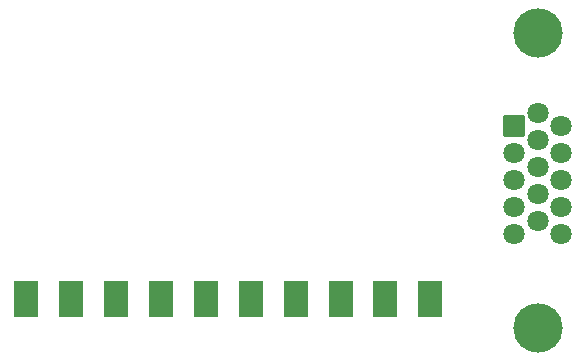
<source format=gbr>
G04 #@! TF.GenerationSoftware,KiCad,Pcbnew,(6.0.6-0)*
G04 #@! TF.CreationDate,2022-10-20T14:25:19-04:00*
G04 #@! TF.ProjectId,gscartsw2VGA,67736361-7274-4737-9732-5647412e6b69,1*
G04 #@! TF.SameCoordinates,Original*
G04 #@! TF.FileFunction,Soldermask,Top*
G04 #@! TF.FilePolarity,Negative*
%FSLAX46Y46*%
G04 Gerber Fmt 4.6, Leading zero omitted, Abs format (unit mm)*
G04 Created by KiCad (PCBNEW (6.0.6-0)) date 2022-10-20 14:25:19*
%MOMM*%
%LPD*%
G01*
G04 APERTURE LIST*
G04 Aperture macros list*
%AMRoundRect*
0 Rectangle with rounded corners*
0 $1 Rounding radius*
0 $2 $3 $4 $5 $6 $7 $8 $9 X,Y pos of 4 corners*
0 Add a 4 corners polygon primitive as box body*
4,1,4,$2,$3,$4,$5,$6,$7,$8,$9,$2,$3,0*
0 Add four circle primitives for the rounded corners*
1,1,$1+$1,$2,$3*
1,1,$1+$1,$4,$5*
1,1,$1+$1,$6,$7*
1,1,$1+$1,$8,$9*
0 Add four rect primitives between the rounded corners*
20,1,$1+$1,$2,$3,$4,$5,0*
20,1,$1+$1,$4,$5,$6,$7,0*
20,1,$1+$1,$6,$7,$8,$9,0*
20,1,$1+$1,$8,$9,$2,$3,0*%
G04 Aperture macros list end*
%ADD10RoundRect,0.050800X-0.850000X0.850000X-0.850000X-0.850000X0.850000X-0.850000X0.850000X0.850000X0*%
%ADD11C,1.801600*%
%ADD12C,4.167600*%
%ADD13RoundRect,0.050800X-1.000000X-1.500000X1.000000X-1.500000X1.000000X1.500000X-1.000000X1.500000X0*%
G04 APERTURE END LIST*
D10*
X160170000Y-89185000D03*
D11*
X160170000Y-91475000D03*
X160170000Y-93765000D03*
X160170000Y-96055000D03*
X160170000Y-98345000D03*
X162150000Y-88040000D03*
X162150000Y-90330000D03*
X162150000Y-92620000D03*
X162150000Y-94910000D03*
X162150000Y-97200000D03*
X164130000Y-89185000D03*
X164130000Y-91475000D03*
X164130000Y-93765000D03*
X164130000Y-96055000D03*
X164130000Y-98345000D03*
D12*
X162150000Y-106260000D03*
X162150000Y-81270000D03*
D13*
X118843324Y-103821881D03*
X122643324Y-103821881D03*
X126443324Y-103821881D03*
X130243324Y-103821881D03*
X134043324Y-103821881D03*
X137843324Y-103821881D03*
X141643324Y-103821881D03*
X145443324Y-103821881D03*
X149243324Y-103821881D03*
X153043324Y-103821881D03*
M02*

</source>
